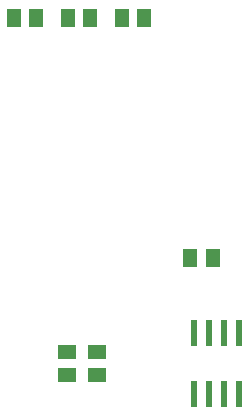
<source format=gbr>
G04 EAGLE Gerber RS-274X export*
G75*
%MOMM*%
%FSLAX34Y34*%
%LPD*%
%INSolderpaste Top*%
%IPPOS*%
%AMOC8*
5,1,8,0,0,1.08239X$1,22.5*%
G01*
%ADD10R,1.500000X1.300000*%
%ADD11R,1.300000X1.500000*%
%ADD12R,0.600000X2.200000*%


D10*
X114300Y212700D03*
X114300Y193700D03*
D11*
X89800Y495300D03*
X108800Y495300D03*
X44000Y495300D03*
X63000Y495300D03*
X135600Y495300D03*
X154600Y495300D03*
D10*
X88900Y193700D03*
X88900Y212700D03*
D11*
X212700Y292100D03*
X193700Y292100D03*
D12*
X209550Y177200D03*
X209550Y229200D03*
X196850Y177200D03*
X222250Y177200D03*
X234950Y177200D03*
X196850Y229200D03*
X222250Y229200D03*
X234950Y229200D03*
M02*

</source>
